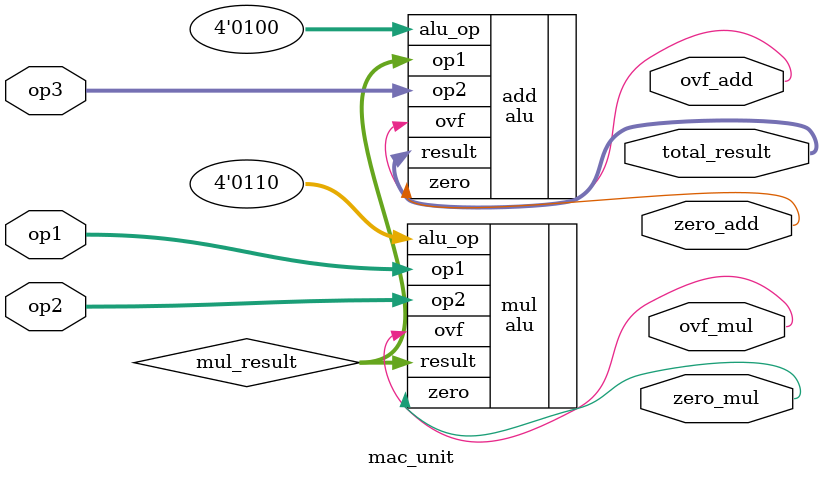
<source format=v>
`include "alu.v"

module mac_unit (
  output [31:0] total_result,
  output zero_mul,
  output zero_add,
  output ovf_mul,
  output ovf_add,
  input [31:0] op1,
  input [31:0] op2,
  input [31:0] op3
);
  
  wire [31:0] mul_result;
  
  alu mul (
    .op1(op1),
    .op2(op2),
    .alu_op(4'b0110),
    .result(mul_result),
    .zero(zero_mul),
    .ovf(ovf_mul)
  );

  alu add (
    .op1(mul_result),
    .op2(op3),
    .alu_op(4'b0100),
    .result(total_result),
    .zero(zero_add),
    .ovf(ovf_add)
  );
  
endmodule

</source>
